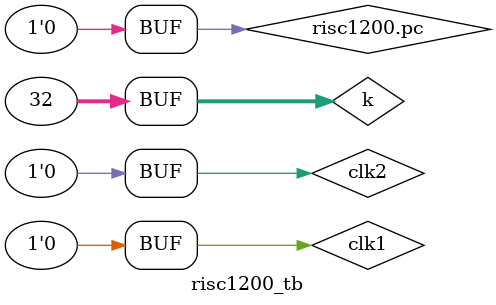
<source format=v>
module risc1200_tb;
    reg clk1, clk2;
    integer k;

    // Instantiate the main module
    main risc1200(clk1, clk2);

    // Clock generation
    initial begin
        clk1 = 0; 
        clk2 = 0; 
        repeat(20) begin 
            #5 clk1 = 1; 
            #5 clk1 = 0;
            #5 clk2 = 1; 
            #5 clk2 = 0;
        end
    end

    initial begin
        // Initialize registers
        for (k = 0; k < 32; k = k + 1) risc1200.Reg_[k] = k+3;  // Changed Reg to Reg_
        
        risc1200.pc = 32'b0;
       risc1200.Mem[0] = 32'b00000100001000100001100000000000;  // ADD R1, R2, R3
        risc1200.Mem[1] = 32'b00100100100001010000000000001010;  // ADDI R4, R5, 10
        risc1200.Mem[2] = 32'b00001011110001110010000000000000;  // SUB R30, R7, R4
        risc1200.Mem[3] = 32'b00101101001010100000000000001111;  // ANDI R9, R10, 15
        risc1200.Mem[4] = 32'b00110001011011000000000000010100;  // ORI R11, R12, 20
        risc1200.Mem[5] = 32'b00011000000000100000000000000000;  // LW R13, 0(R2)
        risc1200.Mem[6] = 32'b00011101111000000000000000000100;  // SW R15, 4(R0)
        risc1200.Mem[7] = 32'b00101000111010110000000000000100;  // SUBI R7, R11, 4
        risc1200.Mem[8] = 32'b00110101000011010000000000000001;  // SLI R8, R13, 1
        risc1200.Mem[9] = 32'b00111001011011110000000000000010; // SRI R11, R15, 2

        $monitor("Time: %d, R1: %h, R2: %h, R3: %h, R4: %h, R5: %h, R6: %h, R7: %h, R8: %h, R9: %h, R10: %h, R11: %h, R12: %h ,R13 : %h, Mem22 :%h,R15 :%h ",
                 $time, risc1200.Reg_[1], risc1200.Reg_[2], risc1200.Reg_[3], risc1200.Reg_[4], risc1200.Reg_[5], 
                 risc1200.Reg_[6], risc1200.Reg_[7], risc1200.Reg_[8], risc1200.Reg_[9], risc1200.Reg_[10], risc1200.Reg_[11], risc1200.Reg_[12],risc1200.Reg_[13],risc1200.Mem[22],risc1200.Reg_[15]);
end
endmodule
</source>
